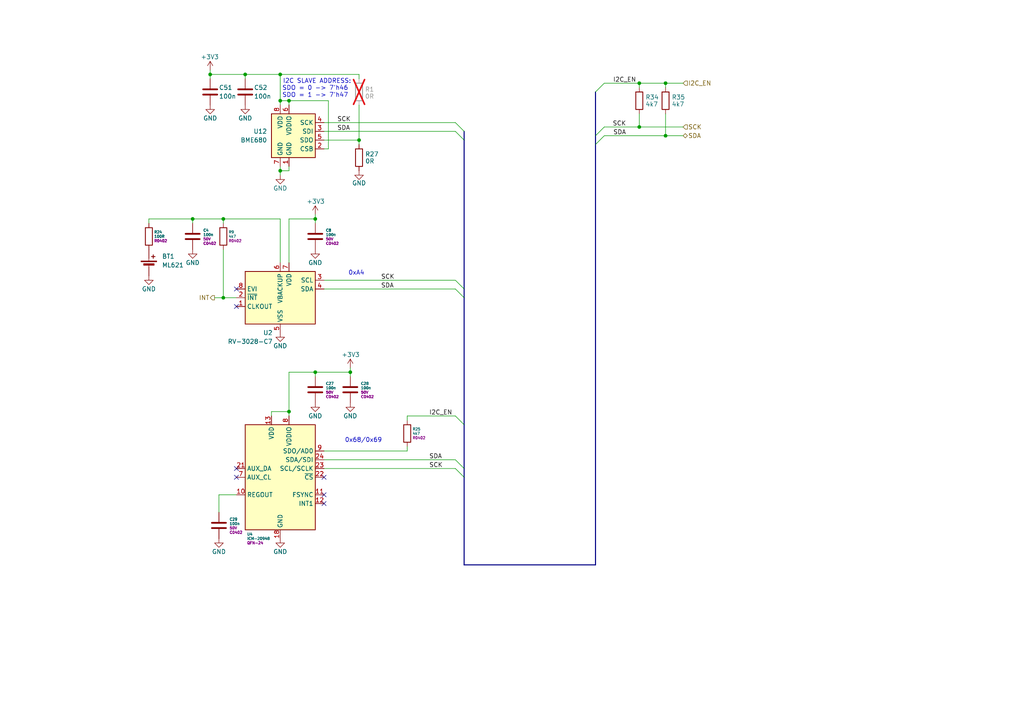
<source format=kicad_sch>
(kicad_sch (version 20250114) (generator "eeschema") (generator_version "9.0")
  (paper "A4")
  (lib_symbols
    (symbol "Device:Battery_Cell" (pin_numbers (hide yes)) (pin_names (offset 0) (hide yes))
      (property "Reference" "BT" (at 2.54 2.54 0))
      (property "Value" "Battery_Cell" (at 2.54 0 0))
      (symbol "Battery_Cell_0_1"
        (rectangle (start -2.286 1.778) (end 2.286 1.524) (fill (type outline)))
        (rectangle (start -1.524 1.016) (end 1.524 0.508) (fill (type outline)))
        (polyline (pts (xy 0 1.778) (xy 0 2.54)))
        (polyline (pts (xy 0 0.762) (xy 0 0)))
        (polyline (pts (xy 0.762 3.048) (xy 1.778 3.048)) (stroke (width 0.254)))
        (polyline (pts (xy 1.27 3.556) (xy 1.27 2.54)) (stroke (width 0.254)))
      )
      (symbol "Battery_Cell_1_1"
        (pin passive line (at 0 5.08 270) (length 2.54) (name "+") (number "1"))
        (pin passive line (at 0 -2.54 90) (length 2.54) (name "-") (number "2"))
      )
    )
    (symbol "Device:C" (pin_numbers (hide yes)) (pin_names (offset 0.254))
      (property "Reference" "C" (at 0.635 2.54 0))
      (property "Value" "C" (at 0.635 -2.54 0))
      (symbol "C_0_1"
        (polyline (pts (xy -2.032 0.762) (xy 2.032 0.762)) (stroke (width 0.508)))
        (polyline (pts (xy -2.032 -0.762) (xy 2.032 -0.762)) (stroke (width 0.508)))
      )
      (symbol "C_1_1"
        (pin passive line (at 0 3.81 270) (length 2.794) (name "~") (number "1"))
        (pin passive line (at 0 -3.81 90) (length 2.794) (name "~") (number "2"))
      )
    )
    (symbol "Device:R" (pin_numbers (hide yes)) (pin_names (offset 0))
      (property "Reference" "R" (at 2.032 0 90))
      (property "Value" "R" (at 0 0 90))
      (symbol "R_0_1"
        (rectangle (start -1.016 -2.54) (end 1.016 2.54) (stroke (width 0.254)))
      )
      (symbol "R_1_1"
        (pin passive line (at 0 3.81 270) (length 1.27) (name "~") (number "1"))
        (pin passive line (at 0 -3.81 90) (length 1.27) (name "~") (number "2"))
      )
    )
    (symbol "PrjLib:BME680"
      (property "Reference" "U" (at 0 1.27 0))
      (property "Value" "BME680" (at 1.27 -13.97 0))
      (symbol "BME680_0_1"
        (rectangle (start 0 0) (end 12.7 -12.7) (stroke (width 0.254)) (fill (type background)))
      )
      (symbol "BME680_1_1"
        (pin input line (at -2.54 -2.54 0) (length 2.54) (name "SCK") (number "4"))
        (pin bidirectional line (at -2.54 -5.08 0) (length 2.54) (name "SDI") (number "3"))
        (pin bidirectional line (at -2.54 -7.62 0) (length 2.54) (name "SDO") (number "5"))
        (pin input line (at -2.54 -10.16 0) (length 2.54) (name "CSB") (number "2"))
        (pin power_in line (at 7.62 2.54 270) (length 2.54) (name "VDDIO") (number "6"))
        (pin power_in line (at 7.62 -15.24 90) (length 2.54) (name "GND") (number "1"))
        (pin power_in line (at 10.16 2.54 270) (length 2.54) (name "VDD") (number "8"))
        (pin power_in line (at 10.16 -15.24 90) (length 2.54) (name "GND") (number "7"))
      )
    )
    (symbol "PrjLib:RV-3028-C7"
      (property "Reference" "U" (at 1.27 1.27 0))
      (property "Value" "RV-3028-C7" (at 17.78 1.27 0))
      (symbol "RV-3028-C7_0_1"
        (rectangle (start 20.32 0) (end 0 -15.24) (stroke (width 0.254)) (fill (type background)))
      )
      (symbol "RV-3028-C7_1_1"
        (pin input line (at -2.54 -2.54 0) (length 2.54) (name "SCL") (number "3"))
        (pin bidirectional line (at -2.54 -5.08 0) (length 2.54) (name "SDA") (number "4"))
        (pin power_in line (at 7.62 2.54 270) (length 2.54) (name "VDD") (number "7"))
        (pin power_in line (at 10.16 2.54 270) (length 2.54) (name "VBACKUP") (number "6"))
        (pin power_in line (at 10.16 -17.78 90) (length 2.54) (name "VSS") (number "5"))
        (pin open_collector line (at 22.86 -5.08 180) (length 2.54) (name "EVI") (number "8"))
        (pin open_collector line (at 22.86 -7.62 180) (length 2.54) (name "~{INT}") (number "2"))
        (pin open_collector line (at 22.86 -10.16 180) (length 2.54) (name "CLKOUT") (number "1"))
      )
    )
    (symbol "Sensor_Motion:ICM-20948"
      (property "Reference" "U" (at -11.43 16.51 0))
      (property "Value" "ICM-20948" (at 7.62 -16.51 0))
      (symbol "ICM-20948_0_1"
        (rectangle (start -10.16 15.24) (end 10.16 -15.24) (stroke (width 0.254)) (fill (type background)))
      )
      (symbol "ICM-20948_1_1"
        (pin bidirectional line (at -12.7 7.62 0) (length 2.54) (name "SDO/AD0") (number "9"))
        (pin bidirectional line (at -12.7 5.08 0) (length 2.54) (name "SDA/SDI") (number "24"))
        (pin input line (at -12.7 2.54 0) (length 2.54) (name "SCL/SCLK") (number "23"))
        (pin input line (at -12.7 0 0) (length 2.54) (name "~{CS}") (number "22"))
        (pin input line (at -12.7 -5.08 0) (length 2.54) (name "FSYNC") (number "11"))
        (pin output line (at -12.7 -7.62 0) (length 2.54) (name "INT1") (number "12"))
        (pin no_connect line (at -10.16 12.7 0) (length 2.54) (hide yes) (name "NC") (number "1"))
        (pin no_connect line (at -10.16 10.16 0) (length 2.54) (hide yes) (name "NC") (number "2"))
        (pin no_connect line (at -10.16 -2.54 0) (length 2.54) (hide yes) (name "NC") (number "3"))
        (pin no_connect line (at -10.16 -10.16 0) (length 2.54) (hide yes) (name "NC") (number "4"))
        (pin no_connect line (at -10.16 -12.7 0) (length 2.54) (hide yes) (name "NC") (number "5"))
        (pin power_in line (at -2.54 17.78 270) (length 2.54) (name "VDDIO") (number "8"))
        (pin power_in line (at 0 -17.78 90) (length 2.54) (name "GND") (number "18"))
        (pin passive line (at 0 -17.78 90) (length 2.54) (hide yes) (name "GND") (number "20"))
        (pin power_in line (at 2.54 17.78 270) (length 2.54) (name "VDD") (number "13"))
        (pin no_connect line (at 10.16 10.16 180) (length 2.54) (hide yes) (name "NC") (number "6"))
        (pin no_connect line (at 10.16 7.62 180) (length 2.54) (hide yes) (name "NC") (number "14"))
        (pin no_connect line (at 10.16 5.08 180) (length 2.54) (hide yes) (name "NC") (number "15"))
        (pin no_connect line (at 10.16 -7.62 180) (length 2.54) (hide yes) (name "NC") (number "16"))
        (pin no_connect line (at 10.16 -10.16 180) (length 2.54) (hide yes) (name "NC") (number "17"))
        (pin no_connect line (at 10.16 -12.7 180) (length 2.54) (hide yes) (name "RESV") (number "19"))
        (pin bidirectional line (at 12.7 2.54 180) (length 2.54) (name "AUX_DA") (number "21"))
        (pin output line (at 12.7 0 180) (length 2.54) (name "AUX_CL") (number "7"))
        (pin passive line (at 12.7 -5.08 180) (length 2.54) (name "REGOUT") (number "10"))
      )
    )
    (symbol "power:+3V3" (power) (pin_names (offset 0))
      (property "Value" "+3V3" (at 0 3.556 0))
      (symbol "+3V3_0_1"
        (polyline (pts (xy -0.762 1.27) (xy 0 2.54)))
        (polyline (pts (xy 0 2.54) (xy 0.762 1.27)))
        (polyline (pts (xy 0 0) (xy 0 2.54)))
      )
      (symbol "+3V3_1_1"
        (pin power_in line (at 0 0 90) (length 0) (hide yes) (name "+3V3") (number "1"))
      )
    )
    (symbol "power:GND" (power) (pin_names (offset 0))
      (property "Value" "GND" (at 0 -3.81 0))
      (symbol "GND_0_1"
        (polyline (pts (xy 0 0) (xy 0 -1.27) (xy 1.27 -1.27) (xy 0 -2.54) (xy -1.27 -1.27) (xy 0 -1.27)))
      )
      (symbol "GND_1_1"
        (pin power_in line (at 0 0 270) (length 0) (hide yes) (name "GND") (number "1"))
      )
    )
  )
  (text "0xA4\n" (at 103.378 79.248 0) (effects (font (size 1.27 1.27))))
  (text "SDO = 0 -> 7'h46\nSDO = 1 -> 7'h47" (at 91.44 26.67 0) (effects (font (size 1.27 1.27))))
  (text "0x68/0x69\n" (at 105.41 127.762 0) (effects (font (size 1.27 1.27))))
  (text "I2C SLAVE ADDRESS:" (at 91.948 23.622 0) (effects (font (size 1.27 1.27))))
  (junction (at 60.96 21.59))
  (junction (at 185.42 24.13))
  (junction (at 81.28 49.53))
  (junction (at 83.82 29.21))
  (junction (at 81.28 29.21))
  (junction (at 91.44 63.5))
  (junction (at 193.04 24.13))
  (junction (at 83.82 119.38))
  (junction (at 64.77 63.5))
  (junction (at 55.88 63.5))
  (junction (at 71.12 21.59))
  (junction (at 193.04 39.37))
  (junction (at 91.44 107.95))
  (junction (at 81.28 21.59))
  (junction (at 64.77 86.36))
  (junction (at 104.14 40.64))
  (junction (at 185.42 36.83))
  (junction (at 101.6 107.95))
  (no_connect (at 93.98 138.43))
  (no_connect (at 93.98 143.51))
  (no_connect (at 68.58 135.89))
  (no_connect (at 93.98 146.05))
  (no_connect (at 68.58 83.82))
  (no_connect (at 68.58 88.9))
  (no_connect (at 68.58 138.43))
  (bus_entry (at 134.62 86.36) (size -2.54 -2.54))
  (bus_entry (at 172.72 26.67) (size 2.54 -2.54))
  (bus_entry (at 132.08 38.1) (size 2.54 2.54))
  (bus_entry (at 134.62 83.82) (size -2.54 -2.54))
  (bus_entry (at 134.62 135.89) (size -2.54 -2.54))
  (bus_entry (at 172.72 39.37) (size 2.54 -2.54))
  (bus_entry (at 172.72 41.91) (size 2.54 -2.54))
  (bus_entry (at 134.62 123.19) (size -2.54 -2.54))
  (bus_entry (at 134.62 138.43) (size -2.54 -2.54))
  (bus_entry (at 132.08 35.56) (size 2.54 2.54))
  (wire (pts (xy 175.26 36.83) (xy 185.42 36.83)))
  (wire (pts (xy 78.74 119.38) (xy 83.82 119.38)))
  (wire (pts (xy 93.98 133.35) (xy 132.08 133.35)))
  (wire (pts (xy 83.82 107.95) (xy 83.82 119.38)))
  (bus (pts (xy 134.62 40.64) (xy 134.62 83.82)))
  (wire (pts (xy 185.42 33.02) (xy 185.42 36.83)))
  (wire (pts (xy 64.77 86.36) (xy 68.58 86.36)))
  (wire (pts (xy 91.44 62.23) (xy 91.44 63.5)))
  (wire (pts (xy 71.12 21.59) (xy 71.12 22.86)))
  (wire (pts (xy 81.28 29.21) (xy 81.28 21.59)))
  (bus (pts (xy 134.62 138.43) (xy 134.62 163.83)))
  (wire (pts (xy 64.77 72.39) (xy 64.77 86.36)))
  (wire (pts (xy 101.6 109.22) (xy 101.6 107.95)))
  (bus (pts (xy 134.62 135.89) (xy 134.62 138.43)))
  (wire (pts (xy 193.04 33.02) (xy 193.04 39.37)))
  (wire (pts (xy 83.82 49.53) (xy 81.28 49.53)))
  (wire (pts (xy 185.42 24.13) (xy 193.04 24.13)))
  (wire (pts (xy 93.98 38.1) (xy 132.08 38.1)))
  (wire (pts (xy 78.74 120.65) (xy 78.74 119.38)))
  (bus (pts (xy 172.72 39.37) (xy 172.72 41.91)))
  (wire (pts (xy 83.82 63.5) (xy 83.82 76.2)))
  (wire (pts (xy 118.11 120.65) (xy 118.11 121.92)))
  (wire (pts (xy 93.98 40.64) (xy 104.14 40.64)))
  (wire (pts (xy 93.98 135.89) (xy 132.08 135.89)))
  (wire (pts (xy 93.98 83.82) (xy 132.08 83.82)))
  (wire (pts (xy 104.14 40.64) (xy 104.14 41.91)))
  (wire (pts (xy 60.96 21.59) (xy 60.96 22.86)))
  (bus (pts (xy 134.62 83.82) (xy 134.62 86.36)))
  (wire (pts (xy 91.44 107.95) (xy 91.44 109.22)))
  (wire (pts (xy 68.58 143.51) (xy 63.5 143.51)))
  (bus (pts (xy 134.62 86.36) (xy 134.62 123.19)))
  (wire (pts (xy 83.82 29.21) (xy 95.25 29.21)))
  (wire (pts (xy 104.14 30.48) (xy 104.14 40.64)))
  (wire (pts (xy 81.28 63.5) (xy 81.28 76.2)))
  (wire (pts (xy 95.25 43.18) (xy 93.98 43.18)))
  (wire (pts (xy 81.28 21.59) (xy 71.12 21.59)))
  (wire (pts (xy 93.98 35.56) (xy 132.08 35.56)))
  (wire (pts (xy 185.42 25.4) (xy 185.42 24.13)))
  (bus (pts (xy 172.72 163.83) (xy 172.72 41.91)))
  (wire (pts (xy 95.25 29.21) (xy 95.25 43.18)))
  (wire (pts (xy 81.28 49.53) (xy 81.28 48.26)))
  (wire (pts (xy 118.11 120.65) (xy 132.08 120.65)))
  (wire (pts (xy 60.96 20.32) (xy 60.96 21.59)))
  (wire (pts (xy 81.28 29.21) (xy 81.28 30.48)))
  (wire (pts (xy 63.5 143.51) (xy 63.5 148.59)))
  (wire (pts (xy 60.96 21.59) (xy 71.12 21.59)))
  (wire (pts (xy 193.04 39.37) (xy 198.12 39.37)))
  (wire (pts (xy 175.26 39.37) (xy 193.04 39.37)))
  (wire (pts (xy 93.98 130.81) (xy 118.11 130.81)))
  (wire (pts (xy 118.11 130.81) (xy 118.11 129.54)))
  (wire (pts (xy 193.04 24.13) (xy 198.12 24.13)))
  (bus (pts (xy 134.62 163.83) (xy 172.72 163.83)))
  (wire (pts (xy 55.88 63.5) (xy 64.77 63.5)))
  (wire (pts (xy 104.14 22.86) (xy 104.14 21.59)))
  (wire (pts (xy 83.82 48.26) (xy 83.82 49.53)))
  (wire (pts (xy 62.23 86.36) (xy 64.77 86.36)))
  (wire (pts (xy 55.88 63.5) (xy 55.88 64.77)))
  (wire (pts (xy 91.44 63.5) (xy 91.44 64.77)))
  (bus (pts (xy 134.62 123.19) (xy 134.62 135.89)))
  (wire (pts (xy 83.82 119.38) (xy 83.82 120.65)))
  (wire (pts (xy 91.44 107.95) (xy 83.82 107.95)))
  (wire (pts (xy 101.6 106.68) (xy 101.6 107.95)))
  (wire (pts (xy 81.28 21.59) (xy 104.14 21.59)))
  (wire (pts (xy 81.28 29.21) (xy 83.82 29.21)))
  (wire (pts (xy 83.82 29.21) (xy 83.82 30.48)))
  (wire (pts (xy 43.18 64.77) (xy 43.18 63.5)))
  (wire (pts (xy 185.42 36.83) (xy 198.12 36.83)))
  (wire (pts (xy 43.18 63.5) (xy 55.88 63.5)))
  (wire (pts (xy 81.28 49.53) (xy 81.28 50.8)))
  (wire (pts (xy 101.6 107.95) (xy 91.44 107.95)))
  (wire (pts (xy 193.04 24.13) (xy 193.04 25.4)))
  (wire (pts (xy 64.77 63.5) (xy 81.28 63.5)))
  (bus (pts (xy 172.72 26.67) (xy 172.72 39.37)))
  (wire (pts (xy 93.98 81.28) (xy 132.08 81.28)))
  (wire (pts (xy 64.77 63.5) (xy 64.77 64.77)))
  (wire (pts (xy 175.26 24.13) (xy 185.42 24.13)))
  (wire (pts (xy 91.44 63.5) (xy 83.82 63.5)))
  (bus (pts (xy 134.62 38.1) (xy 134.62 40.64)))
  (label "I2C_EN" (at 177.8 24.13 0))
  (label "I2C_EN" (at 124.46 120.65 0))
  (label "SDA" (at 181.61 39.37 180))
  (label "SDA" (at 110.49 83.82 0))
  (label "SCK" (at 110.49 81.28 0))
  (label "SDA" (at 124.46 133.35 0))
  (label "SDA" (at 97.79 38.1 0))
  (label "SCK" (at 124.46 135.89 0))
  (label "SCK" (at 97.79 35.56 0))
  (label "SCK" (at 181.61 36.83 180))
  (hierarchical_label "SCK" (shape input) (at 198.12 36.83 0))
  (hierarchical_label "I2C_EN" (shape input) (at 198.12 24.13 0))
  (hierarchical_label "INT" (shape output) (at 62.23 86.36 180))
  (hierarchical_label "SDA" (shape bidirectional) (at 198.12 39.37 0))
  (symbol (lib_id "Device:R") (at 64.77 68.58 180) (unit 1)
    (property "Reference" "R9" (at 66.294 67.31 0) (effects (font (size 0.762 0.762)) (justify right)))
    (property "Value" "4k7" (at 66.294 68.58 0) (effects (font (size 0.762 0.762)) (justify right)))
    (property "Footprint" "PCM_Resistor_SMD_AKL:R_0402_1005Metric" (effects (hide yes)))
    (property "Description" "Resistor" (effects (hide yes)))
    (property "Field5" "R0402" (at 66.294 69.85 0) (effects (font (size 0.762 0.762)) (justify right)))
  )
  (symbol (lib_id "power:+3V3") (at 60.96 20.32 0) (mirror y) (unit 1)
    (property "Reference" "#PWR087" (effects (hide yes)))
    (property "Value" "+3V3" (at 63.5 16.51 0) (effects (justify left)))
  )
  (symbol (lib_id "Device:Battery_Cell") (at 43.18 77.47 0) (unit 1)
    (property "Reference" "BT1" (at 46.99 74.3584 0) (effects (justify left)))
    (property "Value" "ML621" (at 46.99 76.8984 0) (effects (justify left)))
    (property "Description" "Single-cell battery" (effects (hide yes)))
  )
  (symbol (lib_id "Sensor_Motion:ICM-20948") (at 81.28 138.43 0) (mirror y) (unit 1)
    (property "Reference" "U4" (at 71.628 154.94 0) (effects (font (size 0.762 0.762)) (justify right)))
    (property "Value" "ICM-20948" (at 71.628 156.21 0) (effects (font (size 0.762 0.762)) (justify right)))
    (property "Footprint" "Sensor_Motion:InvenSense_QFN-24_3x3mm_P0.4mm" (effects (hide yes)))
    (property "Datasheet" "http://www.invensense.com/wp-content/uploads/2016/06/DS-000189-ICM-20948-v1.3.pdf" (effects (hide yes)))
    (property "Description" "InvenSense 9-Axis Motion Sensor, Accelerometer, Gyroscope, Compass, I2C/SPI, QFN-24" (effects (hide yes)))
    (property "Field5" "QFN-24" (at 71.628 157.48 0) (effects (font (size 0.762 0.762)) (justify right)))
  )
  (symbol (lib_id "power:GND") (at 81.28 156.21 0) (unit 1)
    (property "Reference" "#PWR064" (effects (hide yes)))
    (property "Value" "GND" (at 81.28 160.02 0))
  )
  (symbol (lib_id "power:GND") (at 81.28 50.8 0) (unit 1)
    (property "Reference" "#PWR085" (effects (hide yes)))
    (property "Value" "GND" (at 81.28 54.61 0))
  )
  (symbol (lib_id "power:GND") (at 55.88 72.39 0) (unit 1)
    (property "Reference" "#PWR059" (effects (hide yes)))
    (property "Value" "GND" (at 55.88 76.2 0))
  )
  (symbol (lib_id "Device:C") (at 101.6 113.03 0) (unit 1)
    (property "Reference" "C28" (at 104.648 111.252 0) (effects (font (size 0.762 0.762)) (justify left)))
    (property "Value" "100n" (at 104.648 112.522 0) (effects (font (size 0.762 0.762)) (justify left)))
    (property "Footprint" "Capacitor_SMD:C_0402_1005Metric" (effects (hide yes)))
    (property "Description" "Unpolarized capacitor" (effects (hide yes)))
    (property "Field5" "C0402" (at 104.648 115.062 0) (effects (font (size 0.762 0.762)) (justify left)))
    (property "Field6" "50V" (at 104.648 113.792 0) (effects (font (size 0.762 0.762)) (justify left)))
  )
  (symbol (lib_id "power:GND") (at 104.14 49.53 0) (unit 1)
    (property "Reference" "#PWR091" (effects (hide yes)))
    (property "Value" "GND" (at 104.14 53.086 0))
    (property "Description" "Power symbol creates a global label with name \"GND\" , ground" (effects (hide yes)))
  )
  (symbol (lib_id "power:GND") (at 71.12 30.48 0) (unit 1)
    (property "Reference" "#PWR089" (effects (hide yes)))
    (property "Value" "GND" (at 71.12 34.29 0))
  )
  (symbol (lib_id "power:GND") (at 43.18 80.01 0) (unit 1)
    (property "Reference" "#PWR058" (effects (hide yes)))
    (property "Value" "GND" (at 43.18 83.82 0))
  )
  (symbol (lib_id "Device:R") (at 43.18 68.58 180) (unit 1)
    (property "Reference" "R24" (at 44.704 67.31 0) (effects (font (size 0.762 0.762)) (justify right)))
    (property "Value" "100R" (at 44.704 68.58 0) (effects (font (size 0.762 0.762)) (justify right)))
    (property "Footprint" "PCM_Resistor_SMD_AKL:R_0402_1005Metric" (effects (hide yes)))
    (property "Description" "Resistor" (effects (hide yes)))
    (property "Field5" "R0402" (at 44.704 69.85 0) (effects (font (size 0.762 0.762)) (justify right)))
  )
  (symbol (lib_id "Device:R") (at 118.11 125.73 180) (unit 1)
    (property "Reference" "R25" (at 119.634 124.46 0) (effects (font (size 0.762 0.762)) (justify right)))
    (property "Value" "4k7" (at 119.634 125.73 0) (effects (font (size 0.762 0.762)) (justify right)))
    (property "Footprint" "PCM_Resistor_SMD_AKL:R_0402_1005Metric" (effects (hide yes)))
    (property "Description" "Resistor" (effects (hide yes)))
    (property "Field5" "R0402" (at 119.634 127 0) (effects (font (size 0.762 0.762)) (justify right)))
  )
  (symbol (lib_id "Device:R") (at 104.14 45.72 0) (unit 1)
    (property "Reference" "R27" (at 105.918 44.704 0) (effects (justify left)))
    (property "Value" "0R" (at 105.918 46.736 0) (effects (justify left)))
    (property "Footprint" "Resistor_SMD:R_0402_1005Metric" (effects (hide yes)))
    (property "Description" "Resistor" (effects (hide yes)))
  )
  (symbol (lib_id "Device:R") (at 104.14 26.67 180) (unit 1) (dnp yes)
    (property "Reference" "R1" (at 107.188 25.908 0))
    (property "Value" "0R" (at 107.188 27.94 0))
    (property "Footprint" "Resistor_SMD:R_0402_1005Metric" (effects (hide yes)))
    (property "Description" "Resistor" (effects (hide yes)))
  )
  (symbol (lib_id "Device:R") (at 193.04 29.21 0) (unit 1)
    (property "Reference" "R35" (at 194.818 28.194 0) (effects (justify left)))
    (property "Value" "4k7" (at 194.818 30.226 0) (effects (justify left)))
    (property "Footprint" "Resistor_SMD:R_0402_1005Metric" (effects (hide yes)))
    (property "Description" "Resistor" (effects (hide yes)))
  )
  (symbol (lib_id "power:+3V3") (at 91.44 62.23 0) (unit 1)
    (property "Reference" "#PWR096" (effects (hide yes)))
    (property "Value" "+3V3" (at 88.9 58.42 0) (effects (justify left)))
  )
  (symbol (lib_id "power:GND") (at 63.5 156.21 0) (unit 1)
    (property "Reference" "#PWR063" (effects (hide yes)))
    (property "Value" "GND" (at 63.5 160.02 0))
  )
  (symbol (lib_id "PrjLib:BME680") (at 91.44 33.02 0) (mirror y) (unit 1)
    (property "Reference" "U12" (at 77.47 38.0999 0) (effects (justify left)))
    (property "Value" "BME680" (at 77.47 40.6399 0) (effects (justify left)))
    (property "Footprint" "Package_LGA:Bosch_LGA-8_3x3mm_P0.8mm_ClockwisePinNumbering" (effects (hide yes)))
    (property "Datasheet" "https://ae-bst.resource.bosch.com/media/_tech/media/datasheets" (effects (hide yes)))
    (property "Description" "4-in-1 sensor, gas, humidity, pressure, temperature, I2C and SPI interface, 1.71-3.6V, LGA-8" (effects (hide yes)))
  )
  (symbol (lib_id "Device:C") (at 71.12 26.67 0) (unit 1)
    (property "Reference" "C52" (at 73.66 25.4 0) (effects (justify left)))
    (property "Value" "100n" (at 73.66 27.94 0) (effects (justify left)))
    (property "Footprint" "Capacitor_SMD:C_0402_1005Metric" (effects (hide yes)))
  )
  (symbol (lib_id "power:GND") (at 60.96 30.48 0) (unit 1)
    (property "Reference" "#PWR088" (effects (hide yes)))
    (property "Value" "GND" (at 60.96 34.29 0))
  )
  (symbol (lib_id "Device:C") (at 55.88 68.58 0) (unit 1)
    (property "Reference" "C4" (at 58.928 66.802 0) (effects (font (size 0.762 0.762)) (justify left)))
    (property "Value" "100n" (at 58.928 68.072 0) (effects (font (size 0.762 0.762)) (justify left)))
    (property "Footprint" "Capacitor_SMD:C_0402_1005Metric" (effects (hide yes)))
    (property "Description" "Unpolarized capacitor" (effects (hide yes)))
    (property "Field5" "C0402" (at 58.928 70.612 0) (effects (font (size 0.762 0.762)) (justify left)))
    (property "Field6" "50V" (at 58.928 69.342 0) (effects (font (size 0.762 0.762)) (justify left)))
  )
  (symbol (lib_id "Device:C") (at 60.96 26.67 0) (unit 1)
    (property "Reference" "C51" (at 63.5 25.4 0) (effects (justify left)))
    (property "Value" "100n" (at 63.5 27.94 0) (effects (justify left)))
    (property "Footprint" "Capacitor_SMD:C_0402_1005Metric" (effects (hide yes)))
  )
  (symbol (lib_id "Device:C") (at 91.44 68.58 0) (unit 1)
    (property "Reference" "C8" (at 94.488 66.802 0) (effects (font (size 0.762 0.762)) (justify left)))
    (property "Value" "100n" (at 94.488 68.072 0) (effects (font (size 0.762 0.762)) (justify left)))
    (property "Footprint" "Capacitor_SMD:C_0402_1005Metric" (effects (hide yes)))
    (property "Description" "Unpolarized capacitor" (effects (hide yes)))
    (property "Field5" "C0402" (at 94.488 70.612 0) (effects (font (size 0.762 0.762)) (justify left)))
    (property "Field6" "50V" (at 94.488 69.342 0) (effects (font (size 0.762 0.762)) (justify left)))
  )
  (symbol (lib_id "Device:C") (at 63.5 152.4 0) (unit 1)
    (property "Reference" "C29" (at 66.548 150.622 0) (effects (font (size 0.762 0.762)) (justify left)))
    (property "Value" "100n" (at 66.548 151.892 0) (effects (font (size 0.762 0.762)) (justify left)))
    (property "Footprint" "Capacitor_SMD:C_0402_1005Metric" (effects (hide yes)))
    (property "Description" "Unpolarized capacitor" (effects (hide yes)))
    (property "Field5" "C0402" (at 66.548 154.432 0) (effects (font (size 0.762 0.762)) (justify left)))
    (property "Field6" "50V" (at 66.548 153.162 0) (effects (font (size 0.762 0.762)) (justify left)))
  )
  (symbol (lib_id "PrjLib:RV-3028-C7") (at 91.44 78.74 0) (mirror y) (unit 1)
    (property "Reference" "U2" (at 79.0859 96.52 0) (effects (justify left)))
    (property "Value" "RV-3028-C7" (at 79.0859 99.06 0) (effects (justify left)))
    (property "Footprint" "prj_footprint:RV-3028-C7" (effects (hide yes)))
    (property "Datasheet" "https://www.microcrystal.com/fileadmin/Media/Products/RTC/Datasheet/RV-3028-C7.pdf" (effects (hide yes)))
    (property "Description" "Real-Time Clock Module " (effects (hide yes)))
  )
  (symbol (lib_id "power:GND") (at 91.44 72.39 0) (unit 1)
    (property "Reference" "#PWR0102" (effects (hide yes)))
    (property "Value" "GND" (at 91.44 76.2 0))
  )
  (symbol (lib_id "power:GND") (at 91.44 116.84 0) (unit 1)
    (property "Reference" "#PWR061" (effects (hide yes)))
    (property "Value" "GND" (at 91.44 120.65 0))
  )
  (symbol (lib_id "power:GND") (at 101.6 116.84 0) (unit 1)
    (property "Reference" "#PWR062" (effects (hide yes)))
    (property "Value" "GND" (at 101.6 120.65 0))
  )
  (symbol (lib_id "power:GND") (at 81.28 96.52 0) (unit 1)
    (property "Reference" "#PWR077" (effects (hide yes)))
    (property "Value" "GND" (at 81.28 100.33 0))
  )
  (symbol (lib_id "power:+3V3") (at 101.6 106.68 0) (unit 1)
    (property "Reference" "#PWR060" (effects (hide yes)))
    (property "Value" "+3V3" (at 99.06 102.87 0) (effects (justify left)))
  )
  (symbol (lib_id "Device:C") (at 91.44 113.03 0) (unit 1)
    (property "Reference" "C27" (at 94.488 111.252 0) (effects (font (size 0.762 0.762)) (justify left)))
    (property "Value" "100n" (at 94.488 112.522 0) (effects (font (size 0.762 0.762)) (justify left)))
    (property "Footprint" "Capacitor_SMD:C_0402_1005Metric" (effects (hide yes)))
    (property "Description" "Unpolarized capacitor" (effects (hide yes)))
    (property "Field5" "C0402" (at 94.488 115.062 0) (effects (font (size 0.762 0.762)) (justify left)))
    (property "Field6" "50V" (at 94.488 113.792 0) (effects (font (size 0.762 0.762)) (justify left)))
  )
  (symbol (lib_id "Device:R") (at 185.42 29.21 0) (unit 1)
    (property "Reference" "R34" (at 187.198 28.194 0) (effects (justify left)))
    (property "Value" "4k7" (at 187.198 30.226 0) (effects (justify left)))
    (property "Footprint" "Resistor_SMD:R_0402_1005Metric" (effects (hide yes)))
    (property "Description" "Resistor" (effects (hide yes)))
  )
)
</source>
